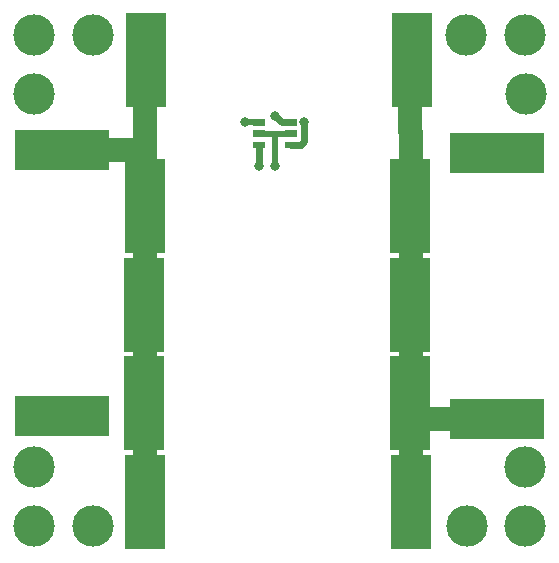
<source format=gtl>
G04 Layer: TopLayer*
G04 EasyEDA v6.3.22, 2020-01-22T11:07:26+01:00*
G04 c2129058598944f0bb6b3e408993b306,6ac03ef627a24f5ab7c901ca926ad83b,10*
G04 Gerber Generator version 0.2*
G04 Scale: 100 percent, Rotated: No, Reflected: No *
G04 Dimensions in millimeters *
G04 leading zeros omitted , absolute positions ,3 integer and 3 decimal *
%FSLAX33Y33*%
%MOMM*%
G90*
G71D02*

%ADD11C,1.999996*%
%ADD12C,0.499999*%
%ADD13C,0.599999*%
%ADD14C,0.799998*%
%ADD16R,3.499993X8.000009*%
%ADD17R,8.000009X3.499993*%
%ADD18C,3.499993*%

%LPD*%
G54D11*
G01X11569Y29279D02*
G01X11569Y34049D01*
G01X4579Y34049D01*
G01X11590Y4229D02*
G01X11569Y29279D01*
G01X11678Y41648D02*
G01X11569Y41539D01*
G01X11569Y35310D01*
G01X11569Y35310D02*
G01X11569Y29279D01*
G54D12*
G01X20078Y36429D02*
G01X20109Y36398D01*
G01X21229Y36398D01*
G01X21229Y35449D02*
G01X23929Y35449D01*
G54D11*
G01X34180Y41648D02*
G01X34079Y41547D01*
G01X34069Y35639D01*
G01X34070Y35640D02*
G01X34090Y35620D01*
G01X34090Y4230D01*
G01X41409Y11290D02*
G01X34051Y11290D01*
G01X34051Y12599D01*
G54D13*
G01X25089Y36419D02*
G01X25089Y34819D01*
G01X24770Y34500D01*
G01X23929Y34500D01*
G01X22640Y36970D02*
G01X23209Y36400D01*
G01X23929Y36400D01*
G54D12*
G01X22613Y35450D02*
G01X22613Y32736D01*
G01X22629Y32720D01*
G54D13*
G01X21229Y34500D02*
G01X21229Y32730D01*
G36*
G01X20729Y36674D02*
G01X21730Y36674D01*
G01X21730Y36125D01*
G01X20729Y36125D01*
G01X20729Y36674D01*
G37*
G36*
G01X20729Y35724D02*
G01X21730Y35724D01*
G01X21730Y35175D01*
G01X20729Y35175D01*
G01X20729Y35724D01*
G37*
G36*
G01X20729Y34774D02*
G01X21730Y34774D01*
G01X21730Y34225D01*
G01X20729Y34225D01*
G01X20729Y34774D01*
G37*
G36*
G01X23429Y34774D02*
G01X24430Y34774D01*
G01X24430Y34225D01*
G01X23429Y34225D01*
G01X23429Y34774D01*
G37*
G36*
G01X23429Y36674D02*
G01X24430Y36674D01*
G01X24430Y36125D01*
G01X23429Y36125D01*
G01X23429Y36674D01*
G37*
G36*
G01X23429Y35724D02*
G01X24430Y35724D01*
G01X24430Y35175D01*
G01X23429Y35175D01*
G01X23429Y35724D01*
G37*
G54D16*
G01X34180Y41650D03*
G01X11679Y41650D03*
G01X34089Y4229D03*
G01X11590Y4229D03*
G01X34070Y29279D03*
G01X11569Y29279D03*
G01X34049Y12600D03*
G01X11549Y12600D03*
G54D17*
G01X41409Y11289D03*
G01X41409Y33789D03*
G01X4580Y11549D03*
G01X4580Y34050D03*
G54D16*
G01X33999Y20940D03*
G01X11499Y20940D03*
G54D18*
G01X2199Y43800D03*
G01X7199Y43799D03*
G01X2210Y38810D03*
G01X43809Y43810D03*
G01X38800Y43810D03*
G01X43819Y38840D03*
G01X2230Y7210D03*
G01X2199Y2220D03*
G01X7210Y2220D03*
G01X43809Y2210D03*
G01X38820Y2199D03*
G01X43809Y7199D03*
G54D11*
G01X11569Y35309D03*
G54D14*
G01X20079Y36430D03*
G01X22640Y36970D03*
G01X22629Y32720D03*
G01X25089Y36419D03*
G54D11*
G01X34070Y35640D03*
G01X41509Y33800D03*
G54D14*
G01X21230Y32730D03*
M00*
M02*

</source>
